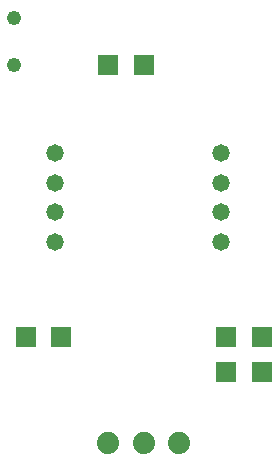
<source format=gbr>
G04 EAGLE Gerber RS-274X export*
G75*
%MOMM*%
%FSLAX34Y34*%
%LPD*%
%INSoldermask Top*%
%IPPOS*%
%AMOC8*
5,1,8,0,0,1.08239X$1,22.5*%
G01*
%ADD10C,1.473200*%
%ADD11C,1.879600*%
%ADD12R,1.703200X1.803200*%
%ADD13C,1.219200*%


D10*
X625000Y520000D03*
X625000Y545000D03*
X625000Y570000D03*
X625000Y595000D03*
X485000Y595000D03*
X485000Y570000D03*
X485000Y545000D03*
X485000Y520000D03*
D11*
X530000Y350000D03*
X560000Y350000D03*
X590000Y350000D03*
D12*
X630000Y410000D03*
X660000Y410000D03*
X630000Y440000D03*
X660000Y440000D03*
X530000Y670000D03*
X560000Y670000D03*
D13*
X450000Y710000D03*
X450000Y670000D03*
D12*
X460000Y440000D03*
X490000Y440000D03*
M02*

</source>
